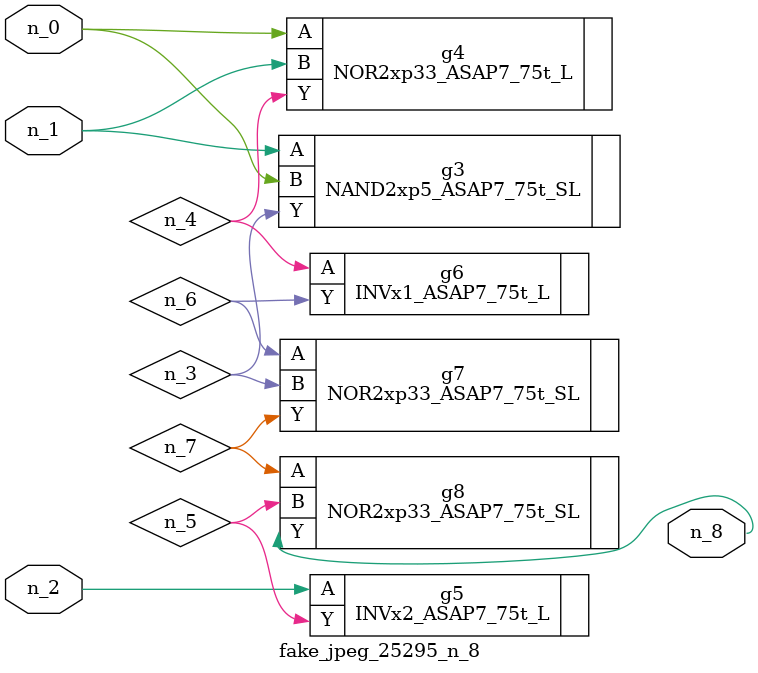
<source format=v>
module fake_jpeg_25295_n_8 (n_0, n_2, n_1, n_8);

input n_0;
input n_2;
input n_1;

output n_8;

wire n_3;
wire n_4;
wire n_6;
wire n_5;
wire n_7;

NAND2xp5_ASAP7_75t_SL g3 ( 
.A(n_1),
.B(n_0),
.Y(n_3)
);

NOR2xp33_ASAP7_75t_L g4 ( 
.A(n_0),
.B(n_1),
.Y(n_4)
);

INVx2_ASAP7_75t_L g5 ( 
.A(n_2),
.Y(n_5)
);

INVx1_ASAP7_75t_L g6 ( 
.A(n_4),
.Y(n_6)
);

NOR2xp33_ASAP7_75t_SL g7 ( 
.A(n_6),
.B(n_3),
.Y(n_7)
);

NOR2xp33_ASAP7_75t_SL g8 ( 
.A(n_7),
.B(n_5),
.Y(n_8)
);


endmodule
</source>
